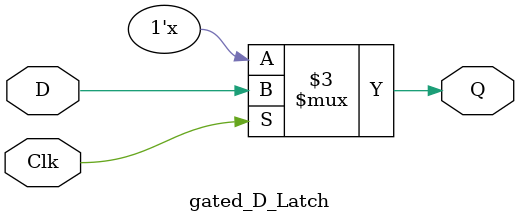
<source format=v>
`timescale 1ns/10ps
module gated_D_Latch (D, Clk, Q);
	input D, Clk;
	output reg Q;
	//blocking (level)
	always @(D, Clk)
		if (Clk)
			Q = D;
endmodule
</source>
